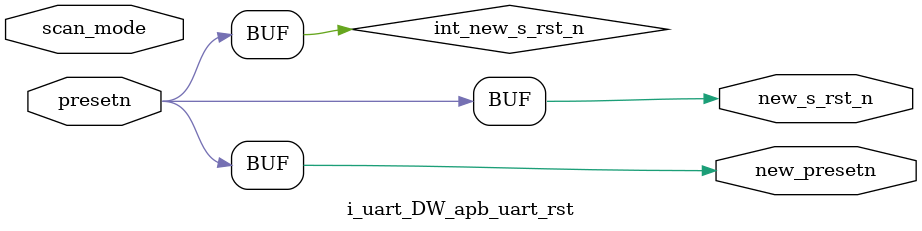
<source format=v>


module i_uart_DW_apb_uart_rst
  (
   // Inputs
   presetn,
   scan_mode,
   // Outputs
   new_presetn,
   new_s_rst_n
   );

   input                             presetn;            // APB async reset
                                                         // low async reset
   input                             scan_mode;          // scan mode signal
   
   output                            new_presetn;        // generated presetn,
                                                         // may include SW reset
   output                            new_s_rst_n;        // generated s_rst_n,
                                                         // may include SW reset
   wire                              new_presetn;        // generated presetn,
                                                         // may include SW reset
   wire                              new_s_rst_n;        // generated s_rst_n,
                                                         // may include SW reset
   wire                              int_new_s_rst_n;    // internal new_s_rst_n

   // ------------------------------------------------------
   // UR (UART reset) related functionality
   // ------------------------------------------------------
   
   // This signal is used as the pclk domain reset for all other modules
   // in the UART thus it must always be assigned a practical value. That
   // is, if the UART has been configured to have the SRR then it is asserted
   // when either presetn is asserted (low) or sw_rst_n is asserted (low),
   // else it is asserted when presetn (only) is asserted.
   // Under certain configurations this reset maybe driven by the output
   // of a register and hence must have the ability to be controlled, this
   // is done using the scan mode signal
   assign new_presetn = presetn;

   // Under certain configurations this reset maybe driven by the output
   // of a register and hence must have the ability to be controlled, this
   // is done using the scan mode signal
   assign new_s_rst_n = scan_mode ? new_presetn : int_new_s_rst_n;

   // This signal is used as the sclk domain reset for all other modules
   // in the UART thus it must always be assigned a practical value. That
   // is, if the UART has been configured to have two clocks, then if it
   // has been configured to have the SRR then it is asserted when either
   // s_rst_n is asserted (low) or sclk_sync2 is asserted (low), else
   // it is asserted when s_rst_n (only) is asserted. If the UART is
   // configured to have one clock (plck only) then it will assert when
   // new_presetn is asserted, i.e. in this case new_s_rst_n and 
   // new_presetn are identical
   assign int_new_s_rst_n = new_presetn;



endmodule // DW_apb_uart_rst

</source>
